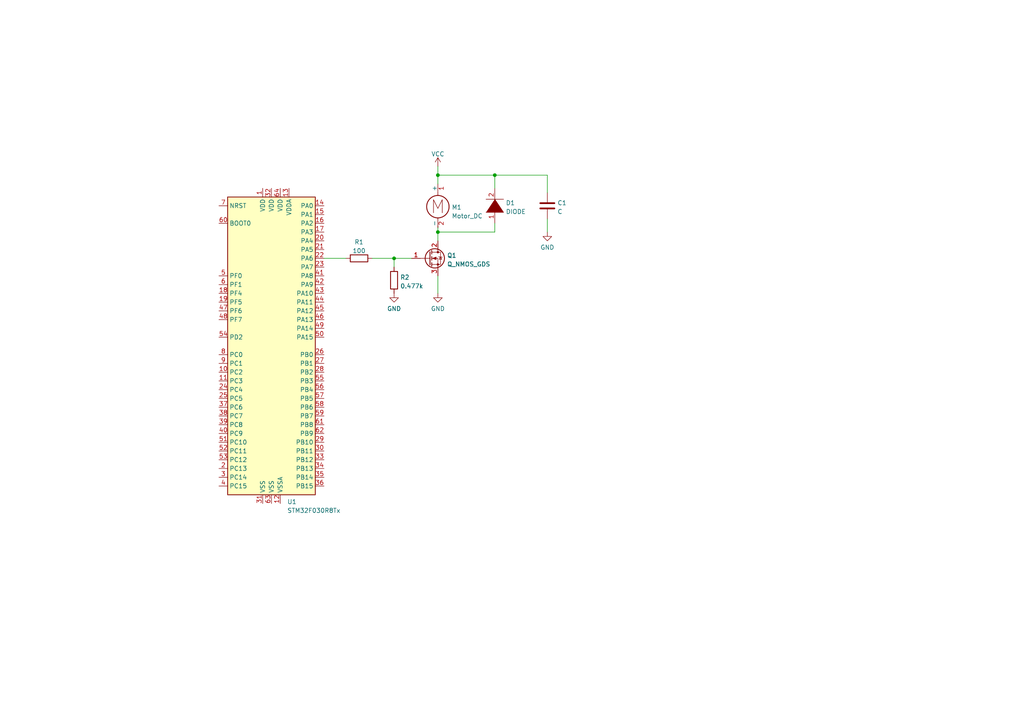
<source format=kicad_sch>
(kicad_sch (version 20211123) (generator eeschema)
  (paper "A4")
  (lib_symbols
    (symbol "Device:C" (pin_numbers hide) (pin_names (offset 0.254))
      (property "Reference" "C" (at 0.635 2.54 0))
      (property "Value" "C" (at 0.635 -2.54 0))
      (symbol "C_0_1"
        (polyline (pts (xy -2.032 -0.762) (xy 2.032 -0.762)) (stroke (width 0.508)))
        (polyline (pts (xy -2.032 0.762) (xy 2.032 0.762)) (stroke (width 0.508)))
      )
      (symbol "C_1_1"
        (pin passive line (at 0 3.81 270) (length 2.794) (name "~") (number "1"))
        (pin passive line (at 0 -3.81 90) (length 2.794) (name "~") (number "2"))
      )
    )
    (symbol "Device:Q_NMOS_GDS" (pin_names (offset 0) hide)
      (property "Reference" "Q" (at 5.08 1.27 0))
      (property "Value" "Q_NMOS_GDS" (at 5.08 -1.27 0))
      (symbol "Q_NMOS_GDS_0_1"
        (polyline (pts (xy 0.254 0) (xy -2.54 0)))
        (polyline (pts (xy 0.254 1.905) (xy 0.254 -1.905)) (stroke (width 0.254)))
        (polyline (pts (xy 0.762 -1.27) (xy 0.762 -2.286)) (stroke (width 0.254)))
        (polyline (pts (xy 0.762 0.508) (xy 0.762 -0.508)) (stroke (width 0.254)))
        (polyline (pts (xy 0.762 2.286) (xy 0.762 1.27)) (stroke (width 0.254)))
        (polyline (pts (xy 2.54 2.54) (xy 2.54 1.778)))
        (polyline (pts (xy 2.54 -2.54) (xy 2.54 0) (xy 0.762 0)))
        (polyline (pts (xy 0.762 -1.778) (xy 3.302 -1.778) (xy 3.302 1.778) (xy 0.762 1.778)))
        (polyline (pts (xy 1.016 0) (xy 2.032 0.381) (xy 2.032 -0.381) (xy 1.016 0)) (fill (type outline)))
        (polyline (pts (xy 2.794 0.508) (xy 2.921 0.381) (xy 3.683 0.381) (xy 3.81 0.254)))
        (polyline (pts (xy 3.302 0.381) (xy 2.921 -0.254) (xy 3.683 -0.254) (xy 3.302 0.381)))
        (circle (center 1.651 0) (radius 2.794) (stroke (width 0.254)))
        (circle (center 2.54 -1.778) (radius 0.254) (fill (type outline)))
        (circle (center 2.54 1.778) (radius 0.254) (fill (type outline)))
      )
      (symbol "Q_NMOS_GDS_1_1"
        (pin input line (at -5.08 0 0) (length 2.54) (name "G") (number "1"))
        (pin passive line (at 2.54 5.08 270) (length 2.54) (name "D") (number "2"))
        (pin passive line (at 2.54 -5.08 90) (length 2.54) (name "S") (number "3"))
      )
    )
    (symbol "Device:R" (pin_numbers hide) (pin_names (offset 0))
      (property "Reference" "R" (at 2.032 0 90))
      (property "Value" "R" (at 0 0 90))
      (symbol "R_0_1"
        (rectangle (start -1.016 -2.54) (end 1.016 2.54) (stroke (width 0.254)))
      )
      (symbol "R_1_1"
        (pin passive line (at 0 3.81 270) (length 1.27) (name "~") (number "1"))
        (pin passive line (at 0 -3.81 90) (length 1.27) (name "~") (number "2"))
      )
    )
    (symbol "MCU_ST_STM32F0:STM32F030R8Tx"
      (property "Reference" "U" (at -12.7 44.45 0))
      (property "Value" "STM32F030R8Tx" (at 7.62 44.45 0))
      (symbol "STM32F030R8Tx_0_1"
        (rectangle (start -12.7 -43.18) (end 12.7 43.18) (stroke (width 0.254)) (fill (type background)))
      )
      (symbol "STM32F030R8Tx_1_1"
        (pin power_in line (at -2.54 45.72 270) (length 2.54) (name "VDD") (number "1"))
        (pin bidirectional line (at -15.24 -7.62 0) (length 2.54) (name "PC2") (number "10"))
        (pin bidirectional line (at -15.24 -10.16 0) (length 2.54) (name "PC3") (number "11"))
        (pin power_in line (at 2.54 -45.72 90) (length 2.54) (name "VSSA") (number "12"))
        (pin power_in line (at 5.08 45.72 270) (length 2.54) (name "VDDA") (number "13"))
        (pin bidirectional line (at 15.24 40.64 180) (length 2.54) (name "PA0") (number "14"))
        (pin bidirectional line (at 15.24 38.1 180) (length 2.54) (name "PA1") (number "15"))
        (pin bidirectional line (at 15.24 35.56 180) (length 2.54) (name "PA2") (number "16"))
        (pin bidirectional line (at 15.24 33.02 180) (length 2.54) (name "PA3") (number "17"))
        (pin bidirectional line (at -15.24 15.24 0) (length 2.54) (name "PF4") (number "18"))
        (pin bidirectional line (at -15.24 12.7 0) (length 2.54) (name "PF5") (number "19"))
        (pin bidirectional line (at -15.24 -35.56 0) (length 2.54) (name "PC13") (number "2"))
        (pin bidirectional line (at 15.24 30.48 180) (length 2.54) (name "PA4") (number "20"))
        (pin bidirectional line (at 15.24 27.94 180) (length 2.54) (name "PA5") (number "21"))
        (pin bidirectional line (at 15.24 25.4 180) (length 2.54) (name "PA6") (number "22"))
        (pin bidirectional line (at 15.24 22.86 180) (length 2.54) (name "PA7") (number "23"))
        (pin bidirectional line (at -15.24 -12.7 0) (length 2.54) (name "PC4") (number "24"))
        (pin bidirectional line (at -15.24 -15.24 0) (length 2.54) (name "PC5") (number "25"))
        (pin bidirectional line (at 15.24 -2.54 180) (length 2.54) (name "PB0") (number "26"))
        (pin bidirectional line (at 15.24 -5.08 180) (length 2.54) (name "PB1") (number "27"))
        (pin bidirectional line (at 15.24 -7.62 180) (length 2.54) (name "PB2") (number "28"))
        (pin bidirectional line (at 15.24 -27.94 180) (length 2.54) (name "PB10") (number "29"))
        (pin bidirectional line (at -15.24 -38.1 0) (length 2.54) (name "PC14") (number "3"))
        (pin bidirectional line (at 15.24 -30.48 180) (length 2.54) (name "PB11") (number "30"))
        (pin power_in line (at -2.54 -45.72 90) (length 2.54) (name "VSS") (number "31"))
        (pin power_in line (at 0 45.72 270) (length 2.54) (name "VDD") (number "32"))
        (pin bidirectional line (at 15.24 -33.02 180) (length 2.54) (name "PB12") (number "33"))
        (pin bidirectional line (at 15.24 -35.56 180) (length 2.54) (name "PB13") (number "34"))
        (pin bidirectional line (at 15.24 -38.1 180) (length 2.54) (name "PB14") (number "35"))
        (pin bidirectional line (at 15.24 -40.64 180) (length 2.54) (name "PB15") (number "36"))
        (pin bidirectional line (at -15.24 -17.78 0) (length 2.54) (name "PC6") (number "37"))
        (pin bidirectional line (at -15.24 -20.32 0) (length 2.54) (name "PC7") (number "38"))
        (pin bidirectional line (at -15.24 -22.86 0) (length 2.54) (name "PC8") (number "39"))
        (pin bidirectional line (at -15.24 -40.64 0) (length 2.54) (name "PC15") (number "4"))
        (pin bidirectional line (at -15.24 -25.4 0) (length 2.54) (name "PC9") (number "40"))
        (pin bidirectional line (at 15.24 20.32 180) (length 2.54) (name "PA8") (number "41"))
        (pin bidirectional line (at 15.24 17.78 180) (length 2.54) (name "PA9") (number "42"))
        (pin bidirectional line (at 15.24 15.24 180) (length 2.54) (name "PA10") (number "43"))
        (pin bidirectional line (at 15.24 12.7 180) (length 2.54) (name "PA11") (number "44"))
        (pin bidirectional line (at 15.24 10.16 180) (length 2.54) (name "PA12") (number "45"))
        (pin bidirectional line (at 15.24 7.62 180) (length 2.54) (name "PA13") (number "46"))
        (pin bidirectional line (at -15.24 10.16 0) (length 2.54) (name "PF6") (number "47"))
        (pin bidirectional line (at -15.24 7.62 0) (length 2.54) (name "PF7") (number "48"))
        (pin bidirectional line (at 15.24 5.08 180) (length 2.54) (name "PA14") (number "49"))
        (pin input line (at -15.24 20.32 0) (length 2.54) (name "PF0") (number "5"))
        (pin bidirectional line (at 15.24 2.54 180) (length 2.54) (name "PA15") (number "50"))
        (pin bidirectional line (at -15.24 -27.94 0) (length 2.54) (name "PC10") (number "51"))
        (pin bidirectional line (at -15.24 -30.48 0) (length 2.54) (name "PC11") (number "52"))
        (pin bidirectional line (at -15.24 -33.02 0) (length 2.54) (name "PC12") (number "53"))
        (pin bidirectional line (at -15.24 2.54 0) (length 2.54) (name "PD2") (number "54"))
        (pin bidirectional line (at 15.24 -10.16 180) (length 2.54) (name "PB3") (number "55"))
        (pin bidirectional line (at 15.24 -12.7 180) (length 2.54) (name "PB4") (number "56"))
        (pin bidirectional line (at 15.24 -15.24 180) (length 2.54) (name "PB5") (number "57"))
        (pin bidirectional line (at 15.24 -17.78 180) (length 2.54) (name "PB6") (number "58"))
        (pin bidirectional line (at 15.24 -20.32 180) (length 2.54) (name "PB7") (number "59"))
        (pin input line (at -15.24 17.78 0) (length 2.54) (name "PF1") (number "6"))
        (pin input line (at -15.24 35.56 0) (length 2.54) (name "BOOT0") (number "60"))
        (pin bidirectional line (at 15.24 -22.86 180) (length 2.54) (name "PB8") (number "61"))
        (pin bidirectional line (at 15.24 -25.4 180) (length 2.54) (name "PB9") (number "62"))
        (pin power_in line (at 0 -45.72 90) (length 2.54) (name "VSS") (number "63"))
        (pin power_in line (at 2.54 45.72 270) (length 2.54) (name "VDD") (number "64"))
        (pin input line (at -15.24 40.64 0) (length 2.54) (name "NRST") (number "7"))
        (pin bidirectional line (at -15.24 -2.54 0) (length 2.54) (name "PC0") (number "8"))
        (pin bidirectional line (at -15.24 -5.08 0) (length 2.54) (name "PC1") (number "9"))
      )
    )
    (symbol "Motor:Motor_DC" (pin_names (offset 0))
      (property "Reference" "M" (at 2.54 2.54 0))
      (property "Value" "Motor_DC" (at 2.54 -5.08 0))
      (symbol "Motor_DC_0_0"
        (polyline (pts (xy -1.27 -3.302) (xy -1.27 0.508) (xy 0 -2.032) (xy 1.27 0.508) (xy 1.27 -3.302)))
      )
      (symbol "Motor_DC_0_1"
        (circle (center 0 -1.524) (radius 3.2512) (stroke (width 0.254)))
        (polyline (pts (xy 0 -7.62) (xy 0 -7.112)))
        (polyline (pts (xy 0 -4.7752) (xy 0 -5.1816)))
        (polyline (pts (xy 0 1.7272) (xy 0 2.0828)))
        (polyline (pts (xy 0 2.032) (xy 0 2.54)))
      )
      (symbol "Motor_DC_1_1"
        (pin passive line (at 0 5.08 270) (length 2.54) (name "+") (number "1"))
        (pin passive line (at 0 -7.62 90) (length 2.54) (name "-") (number "2"))
      )
    )
    (symbol "power:GND" (power) (pin_names (offset 0))
      (property "Value" "GND" (at 0 -3.81 0))
      (symbol "GND_0_1"
        (polyline (pts (xy 0 0) (xy 0 -1.27) (xy 1.27 -1.27) (xy 0 -2.54) (xy -1.27 -1.27) (xy 0 -1.27)))
      )
      (symbol "GND_1_1"
        (pin power_in line (at 0 0 270) (length 0) hide (name "GND") (number "1"))
      )
    )
    (symbol "power:VCC" (power) (pin_names (offset 0))
      (property "Value" "VCC" (at 0 3.81 0))
      (symbol "VCC_0_1"
        (polyline (pts (xy -0.762 1.27) (xy 0 2.54)))
        (polyline (pts (xy 0 0) (xy 0 2.54)))
        (polyline (pts (xy 0 2.54) (xy 0.762 1.27)))
      )
      (symbol "VCC_1_1"
        (pin power_in line (at 0 0 90) (length 0) hide (name "VCC") (number "1"))
      )
    )
    (symbol "pspice:DIODE" (pin_names (offset 1.016) hide)
      (property "Reference" "D" (at 0 3.81 0))
      (property "Value" "DIODE" (at 0 -4.445 0))
      (symbol "DIODE_0_1"
        (polyline (pts (xy 1.905 2.54) (xy 1.905 -2.54)))
        (polyline (pts (xy -1.905 2.54) (xy -1.905 -2.54) (xy 1.905 0)) (fill (type outline)))
      )
      (symbol "DIODE_1_1"
        (pin input line (at -5.08 0 0) (length 3.81) (name "K") (number "1"))
        (pin input line (at 5.08 0 180) (length 3.81) (name "A") (number "2"))
      )
    )
  )
  (junction (at 114.3 74.93))
  (junction (at 127 50.8))
  (junction (at 143.51 50.8))
  (junction (at 127 67.31))
  (wire (pts (xy 127 50.8) (xy 127 53.34)))
  (wire (pts (xy 127 67.31) (xy 127 69.85)))
  (wire (pts (xy 93.98 74.93) (xy 100.33 74.93)))
  (wire (pts (xy 158.75 55.88) (xy 158.75 50.8)))
  (wire (pts (xy 114.3 74.93) (xy 114.3 77.47)))
  (wire (pts (xy 158.75 50.8) (xy 143.51 50.8)))
  (wire (pts (xy 158.75 63.5) (xy 158.75 67.31)))
  (wire (pts (xy 127 66.04) (xy 127 67.31)))
  (wire (pts (xy 143.51 67.31) (xy 143.51 64.77)))
  (wire (pts (xy 127 48.26) (xy 127 50.8)))
  (wire (pts (xy 127 67.31) (xy 143.51 67.31)))
  (wire (pts (xy 143.51 50.8) (xy 127 50.8)))
  (wire (pts (xy 143.51 54.61) (xy 143.51 50.8)))
  (wire (pts (xy 127 80.01) (xy 127 85.09)))
  (wire (pts (xy 114.3 74.93) (xy 119.38 74.93)))
  (wire (pts (xy 107.95 74.93) (xy 114.3 74.93)))
  (symbol (lib_id "Device:R") (at 114.3 81.28 0) (unit 1)
    (property "Reference" "R2" (at 116.078 80.4453 0) (effects (justify left)))
    (property "Value" "0.477k" (at 116.078 82.9822 0) (effects (justify left)))
  )
  (symbol (lib_id "MCU_ST_STM32F0:STM32F030R8Tx") (at 78.74 100.33 0) (unit 1)
    (property "Reference" "U1" (at 83.2994 145.5404 0) (effects (justify left)))
    (property "Value" "STM32F030R8Tx" (at 83.2994 148.0773 0) (effects (justify left)))
    (property "Footprint" "Package_QFP:LQFP-64_10x10mm_P0.5mm" (effects hide))
    (property "Datasheet" "http://www.st.com/st-web-ui/static/active/en/resource/technical/document/datasheet/DM00088500.pdf" (effects hide))
  )
  (symbol (lib_id "power:GND") (at 114.3 85.09 0) (unit 1)
    (property "Reference" "#PWR01" (effects hide))
    (property "Value" "GND" (at 114.3 89.5334 0))
  )
  (symbol (lib_id "Device:R") (at 104.14 74.93 90) (unit 1)
    (property "Reference" "R1" (at 104.14 70.2142 90))
    (property "Value" "100" (at 104.14 72.7511 90))
  )
  (symbol (lib_id "power:GND") (at 158.75 67.31 0) (unit 1)
    (property "Reference" "#PWR04" (effects hide))
    (property "Value" "GND" (at 158.75 71.7534 0))
  )
  (symbol (lib_id "Motor:Motor_DC") (at 127 58.42 0) (unit 1)
    (property "Reference" "M1" (at 131.0132 60.1253 0) (effects (justify left)))
    (property "Value" "Motor_DC" (at 131.0132 62.6622 0) (effects (justify left)))
  )
  (symbol (lib_id "pspice:DIODE") (at 143.51 59.69 90) (unit 1)
    (property "Reference" "D1" (at 146.685 58.8553 90) (effects (justify right)))
    (property "Value" "DIODE" (at 146.685 61.3922 90) (effects (justify right)))
  )
  (symbol (lib_id "power:GND") (at 127 85.09 0) (unit 1)
    (property "Reference" "#PWR03" (effects hide))
    (property "Value" "GND" (at 127 89.5334 0))
  )
  (symbol (lib_id "Device:C") (at 158.75 59.69 0) (unit 1)
    (property "Reference" "C1" (at 161.671 58.8553 0) (effects (justify left)))
    (property "Value" "C" (at 161.671 61.3922 0) (effects (justify left)))
  )
  (symbol (lib_id "power:VCC") (at 127 48.26 0) (unit 1)
    (property "Reference" "#PWR02" (effects hide))
    (property "Value" "VCC" (at 127 44.6842 0))
  )
  (symbol (lib_id "Device:Q_NMOS_GDS") (at 124.46 74.93 0) (unit 1)
    (property "Reference" "Q1" (at 129.667 74.0953 0) (effects (justify left)))
    (property "Value" "Q_NMOS_GDS" (at 129.667 76.6322 0) (effects (justify left)))
  )
)
</source>
